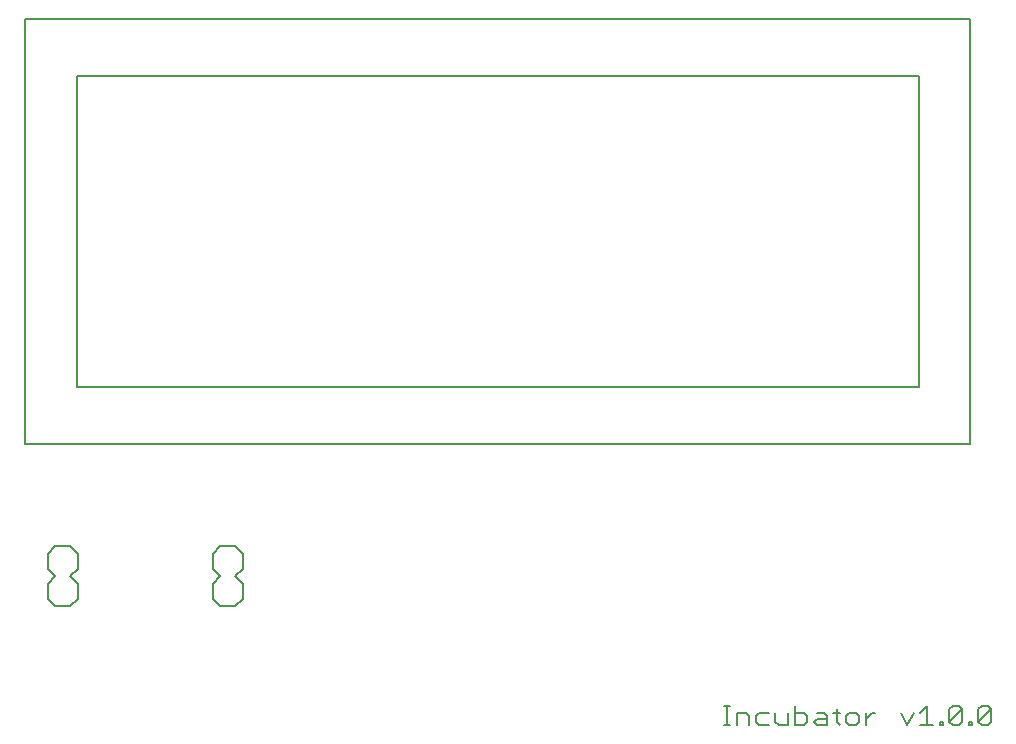
<source format=gto>
G75*
%MOIN*%
%OFA0B0*%
%FSLAX25Y25*%
%IPPOS*%
%LPD*%
%AMOC8*
5,1,8,0,0,1.08239X$1,22.5*
%
%ADD10C,0.00600*%
%ADD11C,0.00800*%
D10*
X0274550Y0009896D02*
X0276685Y0009896D01*
X0275618Y0009896D02*
X0275618Y0016301D01*
X0276685Y0016301D02*
X0274550Y0016301D01*
X0278847Y0014166D02*
X0282050Y0014166D01*
X0283117Y0013099D01*
X0283117Y0009896D01*
X0285292Y0010963D02*
X0286360Y0009896D01*
X0289563Y0009896D01*
X0291738Y0010963D02*
X0292806Y0009896D01*
X0296008Y0009896D01*
X0296008Y0014166D01*
X0298183Y0014166D02*
X0301386Y0014166D01*
X0302454Y0013099D01*
X0302454Y0010963D01*
X0301386Y0009896D01*
X0298183Y0009896D01*
X0298183Y0016301D01*
X0305697Y0014166D02*
X0307832Y0014166D01*
X0308899Y0013099D01*
X0308899Y0009896D01*
X0305697Y0009896D01*
X0304629Y0010963D01*
X0305697Y0012031D01*
X0308899Y0012031D01*
X0311074Y0014166D02*
X0313210Y0014166D01*
X0312142Y0015234D02*
X0312142Y0010963D01*
X0313210Y0009896D01*
X0315371Y0010963D02*
X0315371Y0013099D01*
X0316439Y0014166D01*
X0318574Y0014166D01*
X0319642Y0013099D01*
X0319642Y0010963D01*
X0318574Y0009896D01*
X0316439Y0009896D01*
X0315371Y0010963D01*
X0321817Y0009896D02*
X0321817Y0014166D01*
X0321817Y0012031D02*
X0323952Y0014166D01*
X0325020Y0014166D01*
X0333634Y0014166D02*
X0335769Y0009896D01*
X0337904Y0014166D01*
X0340079Y0014166D02*
X0342214Y0016301D01*
X0342214Y0009896D01*
X0340079Y0009896D02*
X0344350Y0009896D01*
X0346525Y0009896D02*
X0347592Y0009896D01*
X0347592Y0010963D01*
X0346525Y0010963D01*
X0346525Y0009896D01*
X0349747Y0010963D02*
X0354018Y0015234D01*
X0354018Y0010963D01*
X0352950Y0009896D01*
X0350815Y0009896D01*
X0349747Y0010963D01*
X0349747Y0015234D01*
X0350815Y0016301D01*
X0352950Y0016301D01*
X0354018Y0015234D01*
X0356193Y0010963D02*
X0357261Y0010963D01*
X0357261Y0009896D01*
X0356193Y0009896D01*
X0356193Y0010963D01*
X0359416Y0010963D02*
X0363686Y0015234D01*
X0363686Y0010963D01*
X0362618Y0009896D01*
X0360483Y0009896D01*
X0359416Y0010963D01*
X0359416Y0015234D01*
X0360483Y0016301D01*
X0362618Y0016301D01*
X0363686Y0015234D01*
X0291738Y0014166D02*
X0291738Y0010963D01*
X0289563Y0014166D02*
X0286360Y0014166D01*
X0285292Y0013099D01*
X0285292Y0010963D01*
X0278847Y0009896D02*
X0278847Y0014166D01*
D11*
X0051750Y0049596D02*
X0049250Y0052096D01*
X0049250Y0057096D01*
X0051750Y0059596D01*
X0049250Y0062096D01*
X0049250Y0067096D01*
X0051750Y0069596D01*
X0056750Y0069596D01*
X0059250Y0067096D01*
X0059250Y0062096D01*
X0056750Y0059596D01*
X0059250Y0057096D01*
X0059250Y0052096D01*
X0056750Y0049596D01*
X0051750Y0049596D01*
X0104250Y0052096D02*
X0106750Y0049596D01*
X0111750Y0049596D01*
X0114250Y0052096D01*
X0114250Y0057096D01*
X0111750Y0059596D01*
X0114250Y0062096D01*
X0114250Y0067096D01*
X0111750Y0069596D01*
X0106750Y0069596D01*
X0104250Y0067096D01*
X0104250Y0062096D01*
X0106750Y0059596D01*
X0104250Y0057096D01*
X0104250Y0052096D01*
X0041770Y0103730D02*
X0041770Y0245462D01*
X0356730Y0245462D01*
X0356730Y0103730D01*
X0041770Y0103730D01*
X0058896Y0122824D02*
X0058896Y0226367D01*
X0339604Y0226367D01*
X0339604Y0122824D01*
X0058896Y0122824D01*
M02*

</source>
